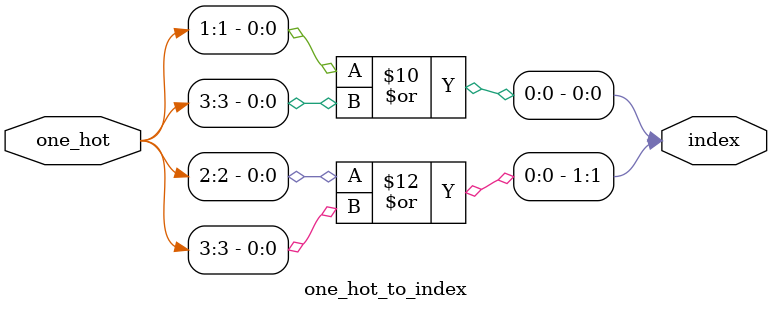
<source format=sv>

`include "defines.sv"


module one_hot_to_index
	#(parameter NUM_SIGNALS = 4,
	parameter INDEX_WIDTH = $clog2(NUM_SIGNALS))

	(input[NUM_SIGNALS - 1:0]       one_hot,
	output logic[INDEX_WIDTH - 1:0]   index);

	always_comb
	begin : convert
		index = 0;
		for (int index_bit = 0; index_bit < INDEX_WIDTH; index_bit = index_bit + 1)
		begin
			for (int one_hot_bit = 0; one_hot_bit < NUM_SIGNALS; one_hot_bit 
				= one_hot_bit + 1)
			begin
				if ((one_hot_bit & (1 << index_bit)) != 0)
					index[index_bit] = index[index_bit] | one_hot[one_hot_bit];
			end
		end
	end
endmodule

</source>
